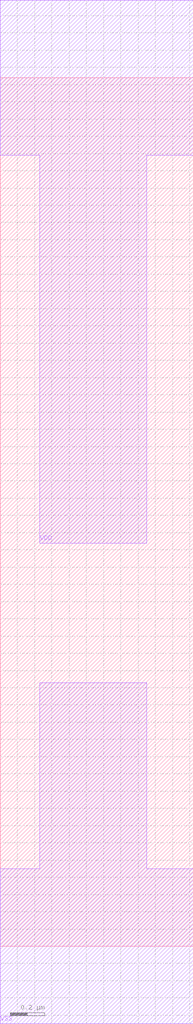
<source format=lef>
# Copyright 2022 GlobalFoundries PDK Authors
#
# Licensed under the Apache License, Version 2.0 (the "License");
# you may not use this file except in compliance with the License.
# You may obtain a copy of the License at
#
#      http://www.apache.org/licenses/LICENSE-2.0
#
# Unless required by applicable law or agreed to in writing, software
# distributed under the License is distributed on an "AS IS" BASIS,
# WITHOUT WARRANTIES OR CONDITIONS OF ANY KIND, either express or implied.
# See the License for the specific language governing permissions and
# limitations under the License.

MACRO gf180mcu_fd_sc_mcu9t5v0__endcap
  CLASS gf180mcu_fd_sc_mcu9t5v0__endcap PRE ;
  FOREIGN gf180mcu_fd_sc_mcu9t5v0__endcap 0.0 0.0 ;
  ORIGIN 0 0 ;
  SYMMETRY X Y ;
  SITE GF018hv5v_green_sc9 ;
  SIZE 1.12 BY 5.04 ;
  PIN VDD
    DIRECTION INOUT ;
    USE power ;
    SHAPE ABUTMENT ;
    PORT
      LAYER Metal1 ;
        POLYGON 0 4.59 0.23 4.59 0.23 2.34 0.85 2.34 0.85 4.59 1.12 4.59 1.12 5.49 0 5.49  ;
    END
  END VDD
  PIN VSS
    DIRECTION INOUT ;
    USE ground ;
    SHAPE ABUTMENT ;
    PORT
      LAYER Metal1 ;
        POLYGON 0 -0.45 1.12 -0.45 1.12 0.45 0.85 0.45 0.85 1.53 0.23 1.53 0.23 0.45 0 0.45  ;
    END
  END VSS
END gf180mcu_fd_sc_mcu9t5v0__endcap

</source>
